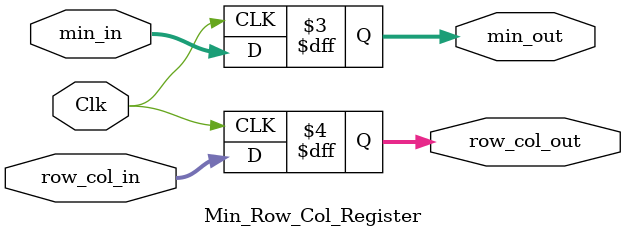
<source format=v>
`timescale 1ns / 1ps


module Min_Row_Col_Register(Clk, min_in, min_out, row_col_in, row_col_out);

    input Clk;
    input[31:0] min_in;
    input [11:0] row_col_in;
    output reg [31:0] min_out;
    output reg [11:0] row_col_out;
    
    initial begin
        min_out <= 100000;
    end
    
    always @(posedge Clk)
    begin
        min_out <= min_in;
        row_col_out <= row_col_in;
    end

endmodule

</source>
